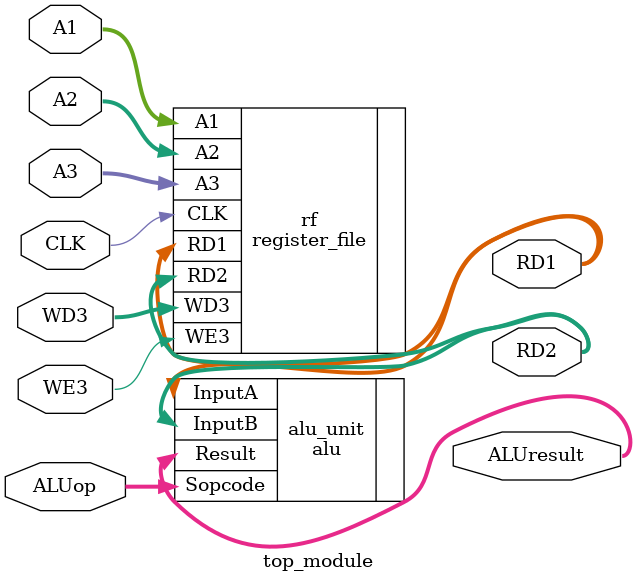
<source format=v>
module top_module(
    input CLK,
    input WE3,
    input [4:0] A1, A2, A3,
    input [31:0] WD3,
    input [1:0] ALUop,
    output [31:0] RD1, RD2,
    output [31:0] ALUresult
);
    // Instantiate register file
    register_file rf (
        .CLK(CLK),
        .WE3(WE3),
        .A1(A1),
        .A2(A2),
        .A3(A3),
        .WD3(WD3),
        .RD1(RD1),
        .RD2(RD2)
    );
    
    // Instantiate ALU
    alu alu_unit (
        .InputA(RD1),
        .InputB(RD2),
        .Sopcode(ALUop),
        .Result(ALUresult)
    );
endmodule
</source>
